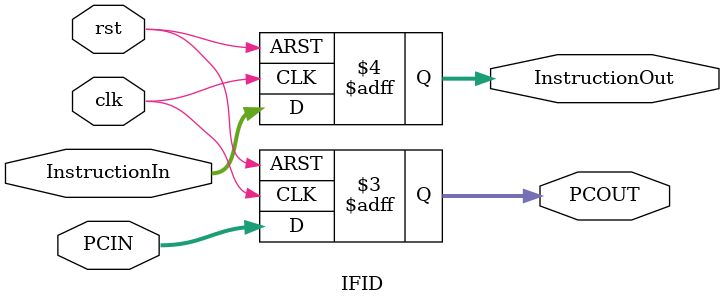
<source format=v>
module IFID(input [15:0]PCIN, InstructionIn,
			input clk, rst,
			output reg [15:0] PCOUT, InstructionOut);
						   
integer i;
always @(posedge clk, negedge rst)
begin
	
	if(!rst)
	begin
		InstructionOut=0;
		PCOUT=0;
	end
	else
	begin
		InstructionOut=InstructionIn;
		PCOUT = PCIN;
	end
end
endmodule

</source>
